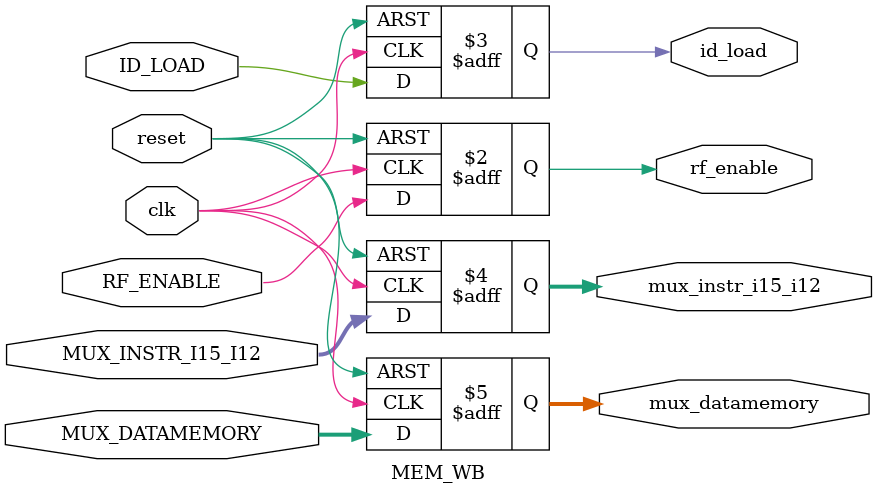
<source format=v>


module Binary_Decoder ( 
  input [3:0] I,        //input of 4 bits
  input LE,             //Load Enable of 1 bit
  output reg [15:0] O   //output of 16 bits
  );

  always @(*) begin
    if (LE == 1'b1) begin // When Load Enables is 1, it enables the corresponding one
          case (I)
              4'b0000: O = 16'b0000000000000001; 
              4'b0001: O = 16'b0000000000000010; 
              4'b0010: O = 16'b0000000000000100; 
              4'b0011: O = 16'b0000000000001000; 
              4'b0100: O = 16'b0000000000010000; 
              4'b0101: O = 16'b0000000000100000; 
              4'b0110: O = 16'b0000000001000000; 
              4'b0111: O = 16'b0000000010000000; 
              4'b1000: O = 16'b0000000100000000; 
              4'b1001: O = 16'b0000001000000000; 
              4'b1010: O = 16'b0000010000000000; 
              4'b1011: O = 16'b0000100000000000; 
              4'b1100: O = 16'b0001000000000000; 
              4'b1101: O = 16'b0010000000000000; 
              4'b1110: O = 16'b0100000000000000; 
              4'b1111: O = 16'b1000000000000000; 
          
      endcase
      end else 
          O = 16'b0000000000000000;  // If Load Enable is 0, disable all registers
  end    
endmodule

module Register (
  output reg [31:0] O, 
  input [31:0] PW,       // data to be written
  input LE, Clk, reset         //Load enable and Clock
);
    
  always @ (posedge Clk or posedge reset) begin
    if (reset)
      O <= 32'b0;
    if (LE) 
      O <= PW;           // Load data if LE is 1
  end
endmodule

// Selects one of 16 32-bit inputs based on the 4-bit select signal
module Mux_RF (
  output reg [31:0] Z,
  input [3:0] S,
  input [31:0] r0, r1, r2, r3, r4, r5, r6, r7, r8, r9, r10, r11, r12, r13, r14, r15
);
  
  always @ (*)
    begin
    case(S)         // Selects the registers form RO to R15(Program Counter)
    4'b0000: Z = r0;
    4'b0001: Z = r1;
    4'b0010: Z = r2;
    4'b0011: Z = r3;
    4'b0100: Z = r4;
    4'b0101: Z = r5;
    4'b0110: Z = r6;
    4'b0111: Z = r7;
    4'b1000: Z = r8;
    4'b1001: Z = r9;
    4'b1010: Z = r10;
    4'b1011: Z = r11;
    4'b1100: Z = r12;
    4'b1101: Z = r13;
    4'b1110: Z = r14;
    4'b1111: Z = r15; 
 	
    endcase
    end
endmodule

module Three_port_register_file (
  input [3:0] RA, RB, RD, RW,   // registers of 4 bits
  input [31:0] PW,              // Data to be written
  input [31:0] PC,              // value stored in R15
  input Clk, LE, reset,              // Clock and Load Enable
  output [31:0] PA, PB, PD     // Register output values
);

  wire [31:0] R0, R1, R2, R3, R4, R5, R6, R7, R8, R9, R10, R11, R12, R13, R14, R15;
  wire [15:0] O;

  // Instantiate the Binary Decoder
  Binary_Decoder BD (RW, LE, O);

  // Instantiate Registers
  Register Regis0 (R0, PW, O[0], Clk, reset);
  Register Regis1 (R1, PW, O[1], Clk, reset);
  Register Regis2 (R2, PW, O[2], Clk, reset);
  Register Regis3 (R3, PW, O[3], Clk, reset);
  Register Regis4 (R4, PW, O[4], Clk, reset);
  Register Regis5 (R5, PW, O[5], Clk, reset);
  Register Regis6 (R6, PW, O[6], Clk, reset);
  Register Regis7 (R7, PW, O[7], Clk, reset);
  Register Regis8 (R8, PW, O[8], Clk, reset);
  Register Regis9 (R9, PW, O[9], Clk, reset);
  Register Regis10 (R10, PW, O[10], Clk, reset);
  Register Regis11 (R11, PW, O[11], Clk, reset);
  Register Regis12 (R12, PW, O[12], Clk, reset);
  Register Regis13 (R13, PW, O[13], Clk, reset);
  Register Regis14 (R14, PW, O[14], Clk, reset);
  Register Regis15 (R15, PC, 1'b1, Clk, reset);

  // Instantiate Multiplexers for outputs
  Mux_RF MUX1 (PA, RA, R0, R1, R2, R3, R4, R5, R6, R7, R8, R9, R10, R11, R12, R13, R14, R15);
  Mux_RF MUX2 (PB, RB, R0, R1, R2, R3, R4, R5, R6, R7, R8, R9, R10, R11, R12, R13, R14, R15);
  Mux_RF MUX3 (PD, RD, R0, R1, R2, R3, R4, R5, R6, R7, R8, R9, R10, R11, R12, R13, R14, R15);

endmodule

module MUX_PA (
    input [31:0] pa, jump_EX_pa, jump_MEM_pa, jump_WB_pa,
    input [1:0] S_PA,
    output reg [31:0] rf_pa  // Changed to reg for assignment in procedural block
);

always @(*) begin
    case (S_PA)
        2'b00: rf_pa = pa;
        2'b01: rf_pa = jump_EX_pa;
        2'b10: rf_pa = jump_MEM_pa;
        2'b11: rf_pa = jump_WB_pa;
    endcase
end

endmodule

module MUX_PB (
    input [31:0] pb, jump_EX_pb, jump_MEM_pb, jump_WB_pb,
    input [1:0] S_PB,
    output reg [31:0] rf_pb  // Changed to reg
);
always @(*) begin
    case (S_PB)
        2'b00: rf_pb = pb;
        2'b01: rf_pb = jump_EX_pb;
        2'b10: rf_pb = jump_MEM_pb;
        2'b11: rf_pb = jump_WB_pb;
    endcase
end

endmodule

module MUX_PD (
    input [31:0] pd, jump_EX_pd, jump_MEM_pd, jump_WB_pd,
    input [1:0] S_PD,
    output reg [31:0] rf_pd  // Changed to reg
);
always @(*) begin
    case (S_PD)
        2'b00: rf_pd = pd;
        2'b01: rf_pd = jump_EX_pd;
        2'b10: rf_pd = jump_MEM_pd;
        2'b11: rf_pd = jump_WB_pd;
    endcase
end

endmodule

module MUX_I15_I12 (
    input [3:0] inst_I15_I12, 
    input BL_out,
    output reg [3:0] result  // Changed to reg
);
always @(*) begin
    case (BL_out)
        1'b0: result = 4'b1110;
        1'b1: result = inst_I15_I12;
    endcase
end

endmodule

module MUX_CC (
    input [3:0] Flag_out, ConditionCode,
    input SIG_s, //selector
    output reg [3:0] ConditionCodes  // Changed to reg
);
always @(*) begin
    case (SIG_s)
        1'b0: ConditionCodes = ConditionCode; // show this to professor, is this in order?
        1'b1: ConditionCodes = Flag_out;
    endcase
end

endmodule

module SUM_RF (
    input [31:0] instr_SE,
    input [31:0] nextpc,
    output reg [31:0] TA  // Changed to reg
);
always @(*) begin
    TA = instr_SE + nextpc;
end

endmodule

module MUX_RFenable (
    input       id_rf_e,
    input       s_rfenable,
    output reg  out_rf_enable  // Changed to reg
);
always @(*) begin
    case (s_rfenable)
        1'b0: out_rf_enable = id_rf_e;
        1'b1: out_rf_enable = 1'b1;
    endcase
end

endmodule

module X4_SE(
    input [23:0] instr_I23_I0,  // Input 24-bit signal
    output reg [31:0] instr_SE // Output 32-bit sign-extended signal
);
    always @(*) begin
    instr_SE = $signed({{6{instr_I23_I0[23]}},$signed(instr_I23_I0 << 2)});
end
endmodule


module Data_Memory_RAM (
    output reg [31:0] data_out, 
    input [7:0] address, 
    input [31:0] data_in, 
    input size, 
    input rw, 
    input enable
    );

  // Memory array "Mem" to hold 256 bytes, each element is 8 bits
  reg [7:0] Mem [0:255];

  // Always block to handle both read and write operations
  always @(*) begin
    // Check the condition for read or write operation
    if (rw == 0) begin  // Read operation if rw  =0 then check for size
      if (size == 0) begin  // If size =0 returns a  the 32-bit value
        data_out <= {24'b0, Mem[address]};  // Return a 32-bit value with only the least significant byte little endian
      end else if (size == 1) begin  // Read a word (4 bytes)
        data_out <= {Mem[address], Mem[address+1], Mem[address+2], Mem[address+3]};  // Return 4 consecutive bytes
      end
    end else if (rw == 1 && enable == 1) begin  // Write operation
      if (size == 0) begin  // Write a single byte
        Mem[address] <= data_in[7:0];  // Write only the least significant byte of data_in
      end else if (size == 1) begin  // Write a word (4 bytes)
        Mem[address] <= data_in[31:24];      // Write the most significant byte
        Mem[address+1] <= data_in[23:16];    // Write the next byte
        Mem[address+2] <= data_in[15:8];     // Write the next byte
        Mem[address+3] <= data_in[7:0];      // Write the least significant byte
      end
    end
  end

endmodule

module MUX_DataMemory(
    input [31:0] Addr,        
    input [31:0] DataOut,    
    input Sel,               
    output reg [31:0] MuxOut 
);

    always @(*) begin
        if (Sel)
            MuxOut = DataOut;  // Select DataOut when Sel = 1
        else
            MuxOut = Addr;  // Zero-extend Addr to 32 bits when Sel = 0
    end

endmodule

module MUX_Fetch (
    input [31:0] SUMOUT,        
    input [31:0] TA,         
    input Sel,               
    output reg [31:0] MuxOut  
);

    always @(*) begin
        if (Sel)
            MuxOut = TA;    // Select In2 when Sel = 1
        else
            MuxOut = SUMOUT;    
    end

endmodule

module ALU (
    input [31:0] A, B,         // A & B 
    input C_IN,                 // Carry in 
    input [3:0] alu_op,            // Operation code 
    output reg [31:0] result,     // Output de 32
    output reg Z, N, C, V      // Flags
);

    always @(A, B, alu_op) begin
        case(alu_op)
            4'b0000: begin
                //A+B
                {C, result} = A + B;
                Z = (result == 0);
                N = result[31];
                V = ~(A[31] ^ B[31]) & (A[31] ^ result[31]);
            end
            
            4'b0001: begin
                //A+B+Cin
                {C, result} = A + B + C_IN;
                Z = (result == 0);
                N = result[31];
                V = ~(A[31] ^ B[31]) & (A[31] ^ result[31]);
            end
            
            4'b0010: begin
                //A-B
                result = A - B;
                Z = (result == 0);
                N = result[31];
                C = (A < B) ? 1 : 0;
                V = (A[31] ^ B[31]) & (A[31] ^ result[31]);
            end
            
            4'b0011: begin
                //A-B-Cin
                result = A - B - C_IN;
                Z = (result == 0);
                N = result[31];
                C = (A < (B+C_IN)) ? 1 : 0;
                V = (A[31] ^ B[31]) & (A[31] ^ result[31]);
            end
            
            4'b0100: begin
                //B-A
                result = B - A;
                Z = (result == 0);
                N = result[31];
                C = (B < A) ? 1 : 0;
                V = (B[31] ^ A[31]) & (B[31] ^ result[31]);
            end
            
            4'b0101: begin
                //B-A-Cin
                result = B - A - C_IN;
                Z = (result == 0);
                N = result[31];
                C = (B < (A+C_IN)) ? 1 : 0;
                V = (B[31] ^ A[31]) & (B[31] ^ result[31]);
            end
            
            4'b0110: begin
                //A and B
                result = A & B;
                Z = (result == 0);
                N = result[31];
            end
            
            4'b0111: begin
                //A or B
                result = A | B;
                Z = (result == 0);
                N = result[31];
            end
            
            4'b1000: begin
                //A xor B
                result = A ^ B;
                Z = (result == 0);
                N = result[31];
            end
            
            4'b1001: begin
                //A
                result = A;
                Z = (result == 0);
                N = result[31];
            end
            
            4'b1010: begin
                //B
                result = B;
                Z = (result == 0);
                N = result[31];
            end
            
            4'b1011: begin
                //not B
                result = (~B);
                Z = (result == 0);
                N = result[31];
            end
            
            4'b1100: begin
                //A and (not B)
                result = A & (~B);
                Z = (result == 0);
                N = result[31];
            end
            
        endcase
    end    
    
endmodule


module MUX_ALU (
    input [31:0] alu_result,
    input [31:0] Next_PC,
    input BL_OUT,

    output reg [31:0] DM_address
);
    always @(*) begin
        if (BL_OUT)
            DM_address = Next_PC;    
        else
            DM_address = alu_result;    //check if can caught an issue due to having different bit sizes 
    end
endmodule

module PSR (    // needs fixing
 input      clk,
 input      [3:0] ConditionCode,
 output reg [3:0] PSR_ConditionCode, //Z, N, C, V
 output reg C_in
);
always @(posedge clk) begin
  C_in = ConditionCode[1];
  PSR_ConditionCode = ConditionCode;
end
endmodule




module ConditionHandler(    //needs fixing
  input ID_BL_instr,
  input ID_B_instr,
  input [3:0] ConditionCode,
  input [3:0] Condition,
  output reg EX_BL_instr, 
  output reg Branched
);

  wire N = ConditionCode[3];
  wire Z = ConditionCode[2];
  wire C = ConditionCode[1];
  wire V = ConditionCode[0];
always @(*) begin
        Branched = 0;
        EX_BL_instr = 0;
        if (ID_B_instr) begin
            case (Condition)
                4'b0000: Branched = (Z == 1);                 // : Branch if equal
                4'b0001: Branched = (Z == 0);                 // : Branch if not equal
                4'b0010: Branched = (C == 1);                 // : Branch if carry set
                4'b0011: Branched = (C == 0);                 // : Branch if carry clear
                4'b0100: Branched = (N == 1);                 // : Branch if minus
                4'b0101: Branched = (N == 0);                 // : Branch if pos or zero
                4'b0110: Branched = (V == 1);                 // : Branch if overflow
                4'b0111: Branched = (V == 0);                 // : Branch if no overflow
                4'b1000: Branched = ((C==1)&&(Z==0));          // Branch if unsigned higher
                4'b1001: Branched = ((C==0)||(Z==1));          // Branch if unsigned lower or same
                4'b1010: Branched = (N==V);                    // Branch if greater or equal
                4'b1011: Branched = (N!=V);                    // Branch if less than
                4'b1100: Branched = ((Z==0)&&(N==V));          // Branch if greater than
                4'b1101: Branched = ((Z==1)||(N!=V));          // Branch if less than or equal
                4'b1110: Branched = 1;
            endcase
            if (ID_BL_instr) begin
            EX_BL_instr = 1; // Always branch-and-link if ID_BL_Instr is active
        end
        end
    end
endmodule

module ARM_Shifter (
    input [31:0] Rm,            // Input register Rm
    input [11:0] I,             // Immediate value
    input [1:0] AM,             // Addressing Mode
    output reg [31:0] N         // Output
);

always @(*) begin
    case (AM)
        2'b00: N = ({24'b0, I[7:0]} >> (2 * I[11:8])) | ({24'b0, I[7:0]} << (32 - 2 * I[11:8]));  // Rotate right
        2'b01: N = Rm;  // Pass Rm value
        2'b10: N = {20'b0, I};  // Zero extend I[11:0]
        2'b11: begin  // Addressing Mode 11: Shift Rm based on I[11:7]
            case (I[6:5])
                2'b00: N = Rm << I[11:7];  // Logical Shift Left (LSL)
                2'b01: N = Rm >> I[11:7];  // Logical Shift Right (LSR)
                2'b10: N = $signed(Rm) >>> I[11:7];  // Arithmetic Shift Right (ASR)
                2'b11: N = (Rm >> I[11:7]) | (Rm << (32 - I[11:7]));  // Rotate Right (ROR)
                default: N = 32'b0; // Default case for safety
            endcase
        end
        default: N = 32'b0; // Default output
    endcase
end

endmodule

module HazardUnit(
  input [3:0] ID_Rn, //RA
  input [3:0] ID_Rm, //RB
  input [3:0] ID_Rd, //RD
  input [3:0] EX_Rd,
  input [3:0] MEM_Rd,
  input [3:0] WB_Rd,
  input EX_Load,
  input EX_RF_enable,
  input MEM_RF_enable,
  input WB_RF_enable,
  input ID_Load,
  input ID_Enable,
  input [1:0]sop_count,
  output reg [1:0] forward_Rn,
  output reg [1:0] forward_Rm,
  output reg [1:0] forward_Rg,
  output reg IF_IF_Enable,
  output reg PC_Enable,
  output reg NOP_EX
);


  always @(*) begin 
    forward_Rn <= 2'b00;
    forward_Rm <= 2'b00;
    forward_Rg <= 2'b00;
    IF_IF_Enable <= 1;
    PC_Enable <= 1;
    NOP_EX <= 0;
    $display("EX_RD", EX_Rd);
    $display("MEM_RD", MEM_Rd);
    $display("WB_RD", WB_Rd);
    if (sop_count > 2'b00) begin
        // Data Forwarding for Source Operand 1 (Rn / ID_Rn)
        if (sop_count >= 2'b01) begin
            if (EX_RF_enable && (ID_Rn == EX_Rd)) forward_Rn = 2'b01;
            else if (MEM_RF_enable && (ID_Rn == MEM_Rd)) forward_Rn = 2'b10;
            else if (WB_RF_enable && (ID_Rn == WB_Rd)) forward_Rn = 2'b11;
        end

         // Data Forwarding for Source Operand 2 (Rm / ID_Rm)
        if (sop_count >= 2'b10) begin
            if (EX_RF_enable && (ID_Rm == EX_Rd)) forward_Rm = 2'b01;
            else if (MEM_RF_enable && (ID_Rm == MEM_Rd)) forward_Rm = 2'b10;
            else if (WB_RF_enable && (ID_Rm == WB_Rd)) forward_Rm = 2'b11;
        end

         // Data Forwarding for Source Operand 3 (e.g., ID_RD for some instructions)
        if (sop_count == 2'b11) begin
            if (EX_RF_enable && (ID_Rd == EX_Rd)) forward_Rg = 2'b01;
            else if (MEM_RF_enable && (ID_Rd == MEM_Rd)) forward_Rg = 2'b10;
            else if (WB_RF_enable && (ID_Rd == WB_Rd)) forward_Rg = 2'b11;
        end
    end
        if(EX_Load && ((ID_Rn == EX_Rd) || (ID_Rm == EX_Rd))) begin //load hazard
                NOP_EX = 1;
                IF_IF_Enable = 0;
                PC_Enable = 0;
        end
        if(ID_Enable) begin
             if(!ID_Load) begin // Store hazard
                // sop_count == 3
                if (sop_count == 2'b11) begin
                    if (EX_RF_enable && ((ID_Rn == EX_Rd) || (ID_Rm == EX_Rd) || (ID_Rd == EX_Rd))) forward_Rg = 2'b01;
                    else if (MEM_RF_enable && ((ID_Rn == MEM_Rd) || (ID_Rm == MEM_Rd) || (ID_Rd == MEM_Rd))) forward_Rg = 2'b10;
                    else if (WB_RF_enable && ((ID_Rn == WB_Rd) || (ID_Rm == WB_Rd) || (ID_Rd == WB_Rd))) forward_Rg = 2'b11;
                end
                // sop_count == 2 (Rn and Rd only)
                else if (sop_count == 2'b10) begin
                    if (EX_RF_enable && ((ID_Rn == EX_Rd) || (ID_Rd == EX_Rd))) forward_Rg = 2'b01;
                    else if (MEM_RF_enable && ((ID_Rn == MEM_Rd) || (ID_Rd == MEM_Rd))) forward_Rg = 2'b10;
                    else if (WB_RF_enable && ((ID_Rn == WB_Rd) || (ID_Rd == WB_Rd))) forward_Rg = 2'b11;
                end
            end
        end
    end
endmodule



//------------------------PHASE 3 MODULES -----------------------------
module ControlUnit(
    output reg ID_S_bit, ID_load_instr, ID_RF_enable, ID_B_instr,
    ID_enable_instr, ID_size, ID_BL_instr, ID_RW,
    output reg [1:0] ID_shift_AM, sop_count,
    output reg [3:0] ID_alu_op, 
    output reg [7:0] ID_mnemonic0, ID_mnemonic1, ID_mnemonic2,
    input [31:0] instruction
);

always @(instruction) begin
/*
signals for the number of source operands
00 - 0 source operands
01 - 1 source operand
10 - 2 source operands
11 - 3 source operands
*/
    if (instruction == 32'b00000000000000000000000000000000) begin
        ID_S_bit = 0;
        ID_load_instr = 0;
        ID_RF_enable = 0;
        ID_B_instr = 0;
        ID_enable_instr = 0;
        ID_size = 0;
        ID_RW = 0;
        ID_BL_instr = 0;
        ID_shift_AM = 2'b00;
        ID_alu_op = 4'b0000;
        ID_mnemonic0 = "N";
        ID_mnemonic1 = "O";
        ID_mnemonic2 = "P";
    end else begin
        case (instruction[27:25])
            3'b000: begin  // data processing immediate shift
                if (instruction[4] == 0) begin
                    ID_S_bit = instruction[20];
                    ID_load_instr = 0;
                    ID_RW = 0;
                    ID_RF_enable = 1; 
                    ID_B_instr = 0;
                    ID_enable_instr = 0;
                    ID_size = 0; 
                    ID_BL_instr = 0;
                    ID_shift_AM = 2'b11;
                    
                    /* THE ADDITION OF THE CODE ACCOUNTING FOR THE DIFFERENT OPERANDS. REMEMBER TO ADD THE OUTPUT OF THE SIGNAL CORRECTLY AND LINK IT TO THE HAZARD FORWARDING UNIT. MAKE A NEW INPUT IN THE HAZARD FORWARDING UNIT AS WELL. */
                    sop_count = 2'b10; // 2 source operands
                    case (instruction[24:21])
                        4'b0000: begin ID_alu_op = 4'b0110; ID_mnemonic0 = "A"; ID_mnemonic1 = "N"; ID_mnemonic2 = "D"; end
                        4'b0001: begin ID_alu_op = 4'b1000; ID_mnemonic0 = "E"; ID_mnemonic1 = "O"; ID_mnemonic2 = "R"; end
                        4'b0010: begin ID_alu_op = 4'b0010; ID_mnemonic0 = "S"; ID_mnemonic1 = "U"; ID_mnemonic2 = "B"; end
                        4'b0011: begin ID_alu_op = 4'b0100; ID_mnemonic0 = "R"; ID_mnemonic1 = "S"; ID_mnemonic2 = "B"; end
                        4'b0100: begin ID_alu_op = 4'b0000; ID_mnemonic0 = "A"; ID_mnemonic1 = "D"; ID_mnemonic2 = "D"; end
                        4'b0101: begin ID_alu_op = 4'b0001; ID_mnemonic0 = "A"; ID_mnemonic1 = "D"; ID_mnemonic2 = "C"; end
                        4'b0110: begin ID_alu_op = 4'b0011; ID_mnemonic0 = "S"; ID_mnemonic1 = "B"; ID_mnemonic2 = "C"; end
                        4'b0111: begin ID_alu_op = 4'b0101; ID_mnemonic0 = "R"; ID_mnemonic1 = "S"; ID_mnemonic2 = "C"; end
                        4'b1000: begin ID_alu_op = 4'b0110; ID_mnemonic0 = "T"; ID_mnemonic1 = "S"; ID_mnemonic2 = "T"; end
                        4'b1001: begin ID_alu_op = 4'b1000; ID_mnemonic0 = "T"; ID_mnemonic1 = "E"; ID_mnemonic2 = "Q"; end
                        4'b1010: begin ID_alu_op = 4'b0010; ID_mnemonic0 = "C"; ID_mnemonic1 = "M"; ID_mnemonic2 = "P"; end
                        4'b1011: begin ID_alu_op = 4'b0000; ID_mnemonic0 = "C"; ID_mnemonic1 = "M"; ID_mnemonic2 = "N"; end
                        4'b1100: begin ID_alu_op = 4'b0111; ID_mnemonic0 = "O"; ID_mnemonic1 = "R"; ID_mnemonic2 = "R"; end
                        4'b1101: begin ID_alu_op = 4'b1010; ID_mnemonic0 = "M"; ID_mnemonic1 = "O"; ID_mnemonic2 = "V"; end
                        4'b1110: begin ID_alu_op = 4'b1100; ID_mnemonic0 = "B"; ID_mnemonic1 = "I"; ID_mnemonic2 = "C"; end
                        4'b1111: begin ID_alu_op = 4'b1011; ID_mnemonic0 = "M"; ID_mnemonic1 = "V"; ID_mnemonic2 = "N"; end
                    endcase
                end
            end
            3'b001: begin // data processing immediate
                ID_S_bit = instruction[20];
                ID_load_instr = 0;
                ID_RW = 0;
                ID_RF_enable = 1;
                ID_B_instr = 0;
                ID_enable_instr = 0;
                ID_size = 0; 
                ID_BL_instr = 0;
                ID_shift_AM = 2'b00;
                
                /* ADDITION OF THE CODE ACCOUNTING FOR THE DIFFERENT OPERANDS. REMEMBER TO ADD THE OUTPUT OF THE SIGNAL CORRECTLY AND LINK IT TO THE HAZARD FORWARDING UNIT. MAKE A NEW INPUT IN THE HAZARD FORWARDING UNIT AS WELL. */
                sop_count = 2'b01; // 1 source operand
                // if this doesnt work, add another condition for the mov case for 0 operands (should work because the only mov instructions occur with 1 source operand)
                
                case (instruction[24:21])
                    4'b0000: begin ID_alu_op = 4'b0110; ID_mnemonic0 = "A"; ID_mnemonic1 = "N"; ID_mnemonic2 = "D"; end
                    4'b0001: begin ID_alu_op = 4'b1000; ID_mnemonic0 = "E"; ID_mnemonic1 = "O"; ID_mnemonic2 = "R"; end
                    4'b0010: begin ID_alu_op = 4'b0010; ID_mnemonic0 = "S"; ID_mnemonic1 = "U"; ID_mnemonic2 = "B"; end
                    4'b0011: begin ID_alu_op = 4'b0100; ID_mnemonic0 = "R"; ID_mnemonic1 = "S"; ID_mnemonic2 = "B"; end
                    4'b0100: begin ID_alu_op = 4'b0000; ID_mnemonic0 = "A"; ID_mnemonic1 = "D"; ID_mnemonic2 = "D"; end
                    4'b0101: begin ID_alu_op = 4'b0001; ID_mnemonic0 = "A"; ID_mnemonic1 = "D"; ID_mnemonic2 = "C"; end
                    4'b0110: begin ID_alu_op = 4'b0011; ID_mnemonic0 = "S"; ID_mnemonic1 = "B"; ID_mnemonic2 = "C"; end
                    4'b0111: begin ID_alu_op = 4'b0101; ID_mnemonic0 = "R"; ID_mnemonic1 = "S"; ID_mnemonic2 = "C"; end
                    4'b1000: begin ID_alu_op = 4'b0110; ID_mnemonic0 = "T"; ID_mnemonic1 = "S"; ID_mnemonic2 = "T"; end
                    4'b1001: begin ID_alu_op = 4'b1000; ID_mnemonic0 = "T"; ID_mnemonic1 = "E"; ID_mnemonic2 = "Q"; end
                    4'b1010: begin ID_alu_op = 4'b0010; ID_mnemonic0 = "C"; ID_mnemonic1 = "M"; ID_mnemonic2 = "P"; end
                    4'b1011: begin ID_alu_op = 4'b0000; ID_mnemonic0 = "C"; ID_mnemonic1 = "M"; ID_mnemonic2 = "N"; end
                    4'b1100: begin ID_alu_op = 4'b0111; ID_mnemonic0 = "O"; ID_mnemonic1 = "R"; ID_mnemonic2 = "R"; end
                    4'b1101: begin ID_alu_op = 4'b1010; ID_mnemonic0 = "M"; ID_mnemonic1 = "O"; ID_mnemonic2 = "V"; end
                    4'b1110: begin ID_alu_op = 4'b1100; ID_mnemonic0 = "B"; ID_mnemonic1 = "I"; ID_mnemonic2 = "C"; end
                    4'b1111: begin ID_alu_op = 4'b1011; ID_mnemonic0 = "M"; ID_mnemonic1 = "V"; ID_mnemonic2 = "N"; end
                endcase
            end
            3'b010: begin // load store immediate offset
                ID_S_bit = 0;
                ID_load_instr = instruction[20]; 
                ID_B_instr = 0;
                ID_enable_instr = 1;
                if(instruction[22]) begin
                        ID_size = 0;
                    end else begin
                        ID_size = 1;
                    end
                ID_BL_instr = 0;
                ID_shift_AM = 2'b10;
                if (instruction[20] == 0) begin ID_RW = 1; ID_mnemonic0 = "S"; ID_mnemonic1 = "T"; ID_mnemonic2 = "R"; ID_RF_enable = 0; 
                /* ADDITION OF THE CODE ACCOUNTING FOR THE DIFFERENT OPERANDS. REMEMBER TO ADD THE OUTPUT OF THE SIGNAL CORRECTLY AND LINK IT TO THE HAZARD FORWARDING UNIT. MAKE A NEW INPUT IN THE HAZARD FORWARDING UNIT AS WELL. */
                
                sop_count = 2'b10; // 2 source operands
                
                end
                else begin ID_RW = 0; ID_mnemonic0 = "L"; ID_mnemonic1 = "D"; ID_mnemonic2 = "R"; ID_RF_enable = 1;
                /* ADDITION OF THE CODE ACCOUNTING FOR THE DIFFERENT OPERANDS. REMEMBER TO ADD THE OUTPUT OF THE SIGNAL CORRECTLY AND LINK IT TO THE HAZARD FORWARDING UNIT. MAKE A NEW INPUT IN THE HAZARD FORWARDING UNIT AS WELL. */
                
                sop_count = 2'b01; // 1 source operand
                
                end
                ID_alu_op = (instruction[23] == 1) ? 4'b0000 : 4'b0010;
            end
            3'b011: begin //Load/Store register offset
                    ID_S_bit = 0;
                    ID_B_instr = 0;
                    ID_enable_instr = 1;
                    ID_load_instr = instruction[20];
                    if(instruction[22]) begin
                        ID_size = 0;
                    end else begin
                        ID_size = 1;
                    end
                    ID_BL_instr = 0;
                    if (instruction[20] == 0) begin ID_RW = 1; ID_RW = 1; ID_mnemonic0 = "S"; ID_mnemonic1 = "T"; ID_mnemonic2 = "R"; ID_RF_enable = 0;
                    /* ADDITION OF THE CODE ACCOUNTING FOR THE DIFFERENT OPERANDS. REMEMBER TO ADD THE OUTPUT OF THE SIGNAL CORRECTLY AND LINK IT TO THE HAZARD FORWARDING UNIT. MAKE A NEW INPUT IN THE HAZARD FORWARDING UNIT AS WELL. */
                    sop_count = 2'b11; // 3 source operands
                    
                    end
                else begin ID_RW = 0; ID_mnemonic0 = "L"; ID_mnemonic1 = "D"; ID_mnemonic2 = "R"; ID_RF_enable = 1; end
                    
                    //scaled register offset
                    ID_shift_AM = 2'b11;
                    
                    /* ADDITION OF THE CODE ACCOUNTING FOR THE DIFFERENT OPERANDS. REMEMBER TO ADD THE OUTPUT OF THE SIGNAL CORRECTLY AND LINK IT TO THE HAZARD FORWARDING UNIT. MAKE A NEW INPUT IN THE HAZARD FORWARDING UNIT AS WELL. */
                    sop_count = 2'b01;
                            
                    if(instruction[23] == 1) begin
                        ID_alu_op = 4'b0000;
                    end
                            
                    else
                        ID_alu_op = 4'b0010;
                    end
            3'b101: begin // branch or branch and link
                ID_S_bit = 0;
                ID_load_instr = 0;
                ID_RF_enable = 0; 
                ID_B_instr = 1;
                ID_enable_instr = 0;
                ID_size = 0;
                ID_BL_instr = instruction[24];
                /* ADDITION OF THE CODE ACCOUNTING FOR THE DIFFERENT OPERANDS. REMEMBER TO ADD THE OUTPUT OF THE SIGNAL CORRECTLY AND LINK IT TO THE HAZARD FORWARDING UNIT. MAKE A NEW INPUT IN THE HAZARD FORWARDING UNIT AS WELL. */
                sop_count = 2'b00;
                if (instruction[24] == 0) begin ID_mnemonic0 = "B"; ID_mnemonic1 = " "; ID_mnemonic2 = " "; end
                else begin ID_mnemonic0 = "B"; ID_mnemonic1 = "L"; ID_mnemonic2 = " "; end
            end
        endcase
    end
end        
endmodule

module Multiplexer (
  output reg id_load, id_mem_write, id_s, id_b, id_bl, id_mem_size, id_mem_e, rf_e,
  output reg [3:0] alu_op,
  output reg [1:0] id_am,
  input S,
  input [3:0] ALU_OP,
  input ID_LOAD, ID_MEM_WRITE, ID_S, ID_B, ID_BL, ID_MEM_SIZE, ID_MEM_E, RF_E,
  input [1:0] ID_AM
);

  always @ (*) begin
    if (S) begin
        id_load = 0;
        id_mem_write = 0;
        id_s = 0;
        id_b = 0;
        id_bl = 0;
        id_mem_size = 0;
        id_mem_e = 0;
        rf_e = 0;
        id_am = 2'b00;
        alu_op = 4'b0000;
    end else begin
        id_load = ID_LOAD;
        id_mem_write = ID_MEM_WRITE;
        id_s = ID_S;
        id_b = ID_B;
        id_bl = ID_BL;
        id_mem_size = ID_MEM_SIZE;
        id_mem_e = ID_MEM_E;
        rf_e = RF_E;
        id_am = ID_AM;
        alu_op = ALU_OP;
    end
  end
endmodule


module Instruction_Memory_ROM (output reg [31:0] I, input [7:0] A);
  
  // Variable I - Instruction(output) of 32-bit
  // Variable A = Address(intput) of 8-bit
  
  // Variable Mem = memory holds 256 bytes as an array 
  reg [7:0] Mem [0:255];

    // Preload the memory with the content inside the file
   

    // Always reads the instruction from memory
  always @(A) begin
      I <= {Mem[A], Mem[A+1], Mem[A+2], Mem[A+3]};
    end

endmodule

module PC (
  input clk,                // Clock signal
  input reset,              // Reset signal to initialize PC to 0
  input E,                  // Enable signal for updating PC
  input [31:0] next_pc,      // 8-bit external incremented PC input
  output reg [31:0] pc       // 8-bit Program Counter
);

  always @(posedge clk or posedge reset) begin
    if (reset)
      pc <= 32'b0;               // Reset PC to 0
    else if (E)
      pc <= next_pc;            // Update PC from external adder result
  end
endmodule

module adder (
  input [31:0] pc,       // 8-bit input address
  output [31:0] PC        // 8-bit output result (address + 4)
);

  assign PC = pc + 32'd4;  // Increment address by 4
endmodule

module IF_ID (
    input E,
    input reset,
    input clk,
    input [31:0] instr_in,
    input [31:0] next_pc,

    output reg [31:0] instr_out,
    output reg signed [23:0] instr_i23_i0,    // imm val
    output reg [31:0] Next_PC,
    output reg [3:0] instr_i3_i0,   //RB
    output reg [3:0] instr_i19_i16, //RA
    output reg [3:0] instr_i31_i28, //ICC
    output reg [11:0] instr_i11_i0, //shift
    output reg [3:0] instr_i15_i12 // RD

);
    always @(posedge clk or posedge reset) begin
        if (reset) begin
            instr_out <= 32'b0;
            instr_i23_i0 <=24'b0;
            Next_PC <=32'b0;
            instr_i3_i0 <= instr_in[3:0];
            instr_i19_i16 <= instr_in[19:16];
            instr_i31_i28 <= instr_in[31:28];
            instr_i11_i0 <= instr_in[11:0];
            instr_i15_i12 <= instr_in[15:12];


        end else if (E) begin
            instr_out <= instr_in;
            instr_i23_i0 <= instr_in[23:0];
            Next_PC <= next_pc;
            instr_i3_i0 <= instr_in[3:0];
            instr_i19_i16 <= instr_in[19:16];
            instr_i31_i28 <= instr_in[31:28];
            instr_i11_i0 <= instr_in[11:0];
            instr_i15_i12 <= instr_in[15:12];
        end
    end
endmodule

module ID_EX (
    input clk,
    input reset,
    input [3:0] ID_ALU_OP,
    input ID_LOAD,                  //ID load
    input ID_MEM_WRITE,             //RW
    input ID_MEM_SIZE,              //ID size
    input ID_MEM_ENABLE,            // ID enable
    input [1:0] ID_AM,              //shift AM
    input ID_S,                     // ID S
    input RF_ENABLE,                //ID RFEnable
    input BL_OUT,                   //ID_BL
    input [31:0] NEXT_PC,           //ID Next PC
    input [31:0] MUX_PA,            //PA
    input [31:0] MUX_PB,            //PB
    input [31:0] MUX_PD,            //PD
    input [3:0]  MUX_INSTR_I15_I12, //RD
    input [11:0] INSTR_I11_I0,      // shiftA

    output reg [3:0] id_alu_op,
    output reg id_load,
    output reg id_mem_write,
    output reg id_mem_size,
    output reg id_mem_enable,
    output reg [1:0] id_am,
    output reg id_s,
    output reg rf_enable,
    output reg bl_out,              
    output reg [31:0] next_pc,
    output reg [31:0] mux_pa,
    output reg [31:0] mux_pb,
    output reg [31:0] mux_pd,
    output reg [3:0]  mux_instr_i15_i12,      //RD
    output reg [11:0] instr_i11_i0  // shiftA
);
    always @(posedge clk or posedge reset) begin
        if (reset) begin
            id_alu_op <= 4'b0;
            id_load <= 0;
            id_mem_write <= 0;
            id_mem_size <= 0;
            id_mem_enable <= 0;
            id_am <= 2'b0;
            id_s <= 0;
            rf_enable <= 0;
            bl_out <= 0;              //added connections
            next_pc <= 32'b0;
            mux_pa <= 32'b0;
            mux_pb <= 32'b0;
            mux_pd <= 32'b0;
            mux_instr_i15_i12 <= 4'b0;
            instr_i11_i0 <= 12'b0;    // finished added connection
        end else begin
            id_alu_op <= ID_ALU_OP;
            id_load <= ID_LOAD;
            id_mem_write <= ID_MEM_WRITE;
            id_mem_size <= ID_MEM_SIZE;
            id_mem_enable <= ID_MEM_ENABLE;
            id_am <= ID_AM;
            id_s <= ID_S;
            rf_enable <= RF_ENABLE;
            bl_out <= BL_OUT;              //added connections
            next_pc <= NEXT_PC;
            mux_pa <= MUX_PA;
            mux_pb <= MUX_PB;
            mux_pd <= MUX_PD;
            mux_instr_i15_i12 <= MUX_INSTR_I15_I12;
            instr_i11_i0 <= INSTR_I11_I0;    // finished added connection
        end
    end
endmodule

module EX_MEM(
    input               clk,
    input               reset,
    input               ID_LOAD,            //EX Load
    input               ID_MEM_WRITE,       //EX_RW
    input               ID_MEM_SIZE,        //EX_SIZE
    input               ID_MEM_ENABLE,      //EX_Enable
    input               RF_ENABLE,          //RF_Enable
    input [31:0]        MUX_PA,              //EX_PA
    input [31:0]        MUX_PD,             //EX_PD
    input [31:0]        DM_ADDRESS,         //ALU out
    input [3:0]         MUX_INSTR_I15_I12,  //EX_RD

    output reg          id_load,
    output reg          id_mem_size,
    output reg          id_mem_write,
    output reg          id_mem_enable,
    output reg          rf_enable,
    output reg [31:0]   mux_pa,              //MEM_PA
    output reg [31:0]   mux_pd,             //MEM_PD
    output reg [31:0]   dm_address,         //ALU out
    output reg [3:0]    mux_instr_i15_i12   //MEM_RD
);
    always @(posedge clk or posedge reset) begin
        if (reset) begin
            id_load <= 0;
            id_mem_write <= 0;
            id_mem_size <= 0;
            id_mem_enable <= 0;
            rf_enable <= 0;
            mux_pa <= 32'b0;
            mux_pd <= 32'b0;
            dm_address <= 32'b0;
            mux_instr_i15_i12 <= 4'b0;
        end else begin
            id_load <= ID_LOAD;
            id_mem_write <= ID_MEM_WRITE;
            id_mem_size <= ID_MEM_SIZE;
            id_mem_enable <= ID_MEM_ENABLE;
            rf_enable <= RF_ENABLE;
            mux_pa <= MUX_PA;
            mux_pd <= MUX_PD;
            dm_address <= DM_ADDRESS;
            mux_instr_i15_i12 <= MUX_INSTR_I15_I12;
        end
    end
endmodule

module MEM_WB (
    input clk,
    input reset,
    input RF_ENABLE,                          //mem rf enable
    input ID_LOAD,                          
    input [31:0] MUX_DATAMEMORY,              //mem mux out
    input [3:0] MUX_INSTR_I15_I12,            //mem RD
    output reg rf_enable,
    output reg id_load, 
    output reg [3:0] mux_instr_i15_i12,       //wb RD
    output reg [31:0] mux_datamemory          //wb muxout
);
    always @(posedge clk or posedge reset) begin
        if (reset) begin
            rf_enable <= 0;
            id_load <= 0;
            mux_instr_i15_i12 <= 4'b0;
            mux_datamemory <= 32'b0;
        end else begin
            rf_enable <= RF_ENABLE;
            id_load <= ID_LOAD;
            mux_instr_i15_i12 <= MUX_INSTR_I15_I12;
            mux_datamemory <= MUX_DATAMEMORY;
        end
    end
endmodule

</source>
